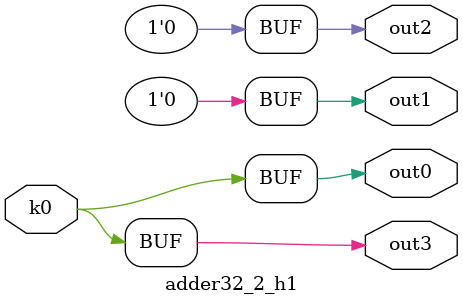
<source format=v>
module adder32_2(pi0, pi1, pi2, pi3, pi4, pi5, po0, po1, po2, po3);
input pi0, pi1, pi2, pi3, pi4, pi5;
output po0, po1, po2, po3;
wire k0;
adder32_2_w1 DUT1 (pi0, pi1, pi2, pi3, pi4, pi5, k0);
adder32_2_h1 DUT2 (k0, po0, po1, po2, po3);
endmodule

module adder32_2_w1(in5, in4, in3, in2, in1, in0, k0);
input in5, in4, in3, in2, in1, in0;
output k0;
assign k0 =   ~in5 ^ ~in2;
endmodule

module adder32_2_h1(k0, out3, out2, out1, out0);
input k0;
output out3, out2, out1, out0;
assign out0 = k0;
assign out1 = 0;
assign out2 = 0;
assign out3 = k0;
endmodule

</source>
